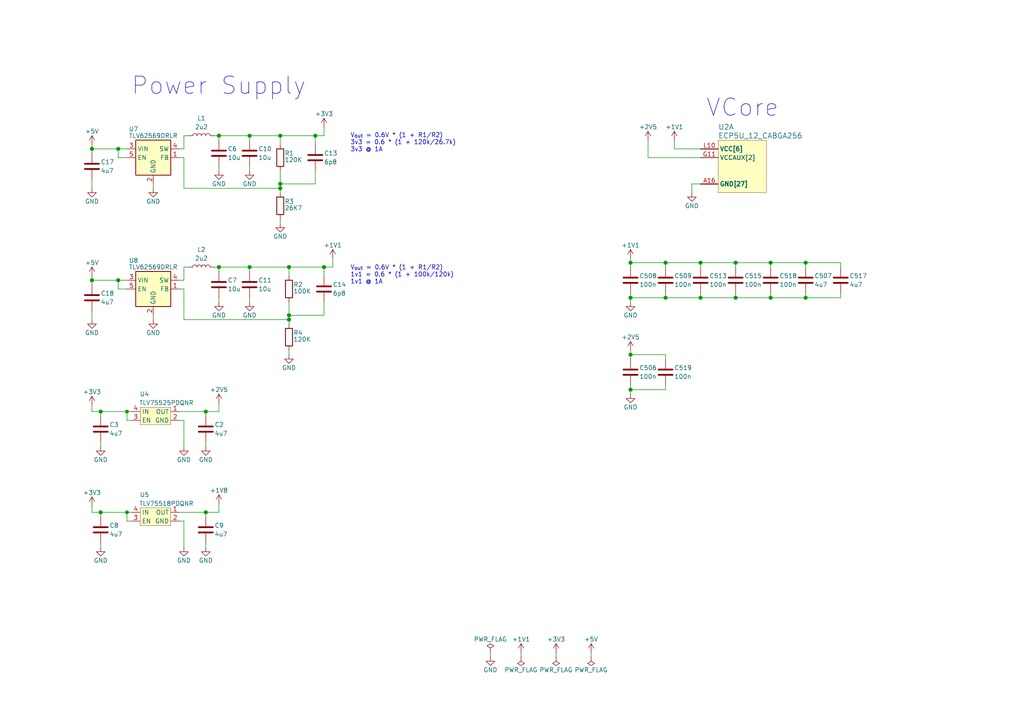
<source format=kicad_sch>
(kicad_sch (version 20201015) (generator eeschema)
  (paper "A4")
  (title_block (title "ECP5 Mini") (date "2020-12-31") (rev "0.2") (company "Josh Johnson"))
  (junction (at 26.67 43.18) (diameter 1.016))
  (junction (at 26.67 81.28) (diameter 1.016))
  (junction (at 29.21 119.38) (diameter 1.016))
  (junction (at 29.21 148.59) (diameter 1.016))
  (junction (at 34.29 43.18) (diameter 1.016))
  (junction (at 34.29 81.28) (diameter 1.016))
  (junction (at 36.83 119.38) (diameter 0.9144))
  (junction (at 36.83 148.59) (diameter 0.9144))
  (junction (at 59.69 119.38) (diameter 1.016))
  (junction (at 59.69 148.59) (diameter 1.016))
  (junction (at 63.5 39.37) (diameter 1.016))
  (junction (at 63.5 77.47) (diameter 1.016))
  (junction (at 72.39 39.37) (diameter 1.016))
  (junction (at 72.39 77.47) (diameter 1.016))
  (junction (at 81.28 39.37) (diameter 1.016))
  (junction (at 81.28 53.34) (diameter 1.016))
  (junction (at 81.28 54.61) (diameter 1.016))
  (junction (at 83.82 77.47) (diameter 1.016))
  (junction (at 83.82 91.44) (diameter 1.016))
  (junction (at 83.82 92.71) (diameter 1.016))
  (junction (at 91.44 39.37) (diameter 1.016))
  (junction (at 93.98 77.47) (diameter 1.016))
  (junction (at 182.88 76.2) (diameter 1.016))
  (junction (at 182.88 86.36) (diameter 1.016))
  (junction (at 182.88 102.87) (diameter 1.016))
  (junction (at 182.88 113.03) (diameter 1.016))
  (junction (at 193.04 76.2) (diameter 1.016))
  (junction (at 193.04 86.36) (diameter 1.016))
  (junction (at 203.2 76.2) (diameter 1.016))
  (junction (at 203.2 86.36) (diameter 1.016))
  (junction (at 213.36 76.2) (diameter 1.016))
  (junction (at 213.36 86.36) (diameter 1.016))
  (junction (at 223.52 76.2) (diameter 1.016))
  (junction (at 223.52 86.36) (diameter 1.016))
  (junction (at 233.68 76.2) (diameter 1.016))
  (junction (at 233.68 86.36) (diameter 1.016))
  (wire (pts (xy 26.67 41.91) (xy 26.67 43.18)))
  (wire (pts (xy 26.67 43.18) (xy 26.67 44.45)))
  (wire (pts (xy 26.67 52.07) (xy 26.67 54.61)))
  (wire (pts (xy 26.67 80.01) (xy 26.67 81.28)))
  (wire (pts (xy 26.67 81.28) (xy 26.67 82.55)))
  (wire (pts (xy 26.67 90.17) (xy 26.67 92.71)))
  (wire (pts (xy 26.67 117.475) (xy 26.67 119.38)))
  (wire (pts (xy 26.67 146.685) (xy 26.67 148.59)))
  (wire (pts (xy 29.21 119.38) (xy 26.67 119.38)))
  (wire (pts (xy 29.21 119.38) (xy 29.21 120.65)))
  (wire (pts (xy 29.21 119.38) (xy 36.83 119.38)))
  (wire (pts (xy 29.21 128.27) (xy 29.21 129.54)))
  (wire (pts (xy 29.21 148.59) (xy 26.67 148.59)))
  (wire (pts (xy 29.21 148.59) (xy 29.21 149.86)))
  (wire (pts (xy 29.21 148.59) (xy 36.83 148.59)))
  (wire (pts (xy 29.21 157.48) (xy 29.21 158.75)))
  (wire (pts (xy 34.29 43.18) (xy 26.67 43.18)))
  (wire (pts (xy 34.29 43.18) (xy 36.83 43.18)))
  (wire (pts (xy 34.29 45.72) (xy 34.29 43.18)))
  (wire (pts (xy 34.29 81.28) (xy 26.67 81.28)))
  (wire (pts (xy 34.29 81.28) (xy 36.83 81.28)))
  (wire (pts (xy 34.29 83.82) (xy 34.29 81.28)))
  (wire (pts (xy 36.83 45.72) (xy 34.29 45.72)))
  (wire (pts (xy 36.83 83.82) (xy 34.29 83.82)))
  (wire (pts (xy 36.83 119.38) (xy 38.1 119.38)))
  (wire (pts (xy 36.83 121.92) (xy 36.83 119.38)))
  (wire (pts (xy 36.83 148.59) (xy 38.1 148.59)))
  (wire (pts (xy 36.83 151.13) (xy 36.83 148.59)))
  (wire (pts (xy 38.1 121.92) (xy 36.83 121.92)))
  (wire (pts (xy 38.1 151.13) (xy 36.83 151.13)))
  (wire (pts (xy 44.45 53.34) (xy 44.45 54.61)))
  (wire (pts (xy 44.45 91.44) (xy 44.45 92.71)))
  (wire (pts (xy 52.07 43.18) (xy 53.34 43.18)))
  (wire (pts (xy 52.07 45.72) (xy 53.34 45.72)))
  (wire (pts (xy 52.07 81.28) (xy 53.34 81.28)))
  (wire (pts (xy 52.07 83.82) (xy 53.34 83.82)))
  (wire (pts (xy 52.07 119.38) (xy 59.69 119.38)))
  (wire (pts (xy 52.07 121.92) (xy 53.34 121.92)))
  (wire (pts (xy 52.07 148.59) (xy 59.69 148.59)))
  (wire (pts (xy 52.07 151.13) (xy 53.34 151.13)))
  (wire (pts (xy 53.34 39.37) (xy 54.61 39.37)))
  (wire (pts (xy 53.34 43.18) (xy 53.34 39.37)))
  (wire (pts (xy 53.34 45.72) (xy 53.34 54.61)))
  (wire (pts (xy 53.34 54.61) (xy 81.28 54.61)))
  (wire (pts (xy 53.34 77.47) (xy 54.61 77.47)))
  (wire (pts (xy 53.34 81.28) (xy 53.34 77.47)))
  (wire (pts (xy 53.34 83.82) (xy 53.34 92.71)))
  (wire (pts (xy 53.34 92.71) (xy 83.82 92.71)))
  (wire (pts (xy 53.34 121.92) (xy 53.34 129.54)))
  (wire (pts (xy 53.34 151.13) (xy 53.34 158.75)))
  (wire (pts (xy 59.69 119.38) (xy 63.5 119.38)))
  (wire (pts (xy 59.69 120.65) (xy 59.69 119.38)))
  (wire (pts (xy 59.69 128.27) (xy 59.69 129.54)))
  (wire (pts (xy 59.69 148.59) (xy 63.5 148.59)))
  (wire (pts (xy 59.69 149.86) (xy 59.69 148.59)))
  (wire (pts (xy 59.69 157.48) (xy 59.69 158.75)))
  (wire (pts (xy 62.23 39.37) (xy 63.5 39.37)))
  (wire (pts (xy 62.23 77.47) (xy 63.5 77.47)))
  (wire (pts (xy 63.5 39.37) (xy 63.5 40.64)))
  (wire (pts (xy 63.5 39.37) (xy 72.39 39.37)))
  (wire (pts (xy 63.5 48.26) (xy 63.5 49.53)))
  (wire (pts (xy 63.5 77.47) (xy 63.5 78.74)))
  (wire (pts (xy 63.5 77.47) (xy 72.39 77.47)))
  (wire (pts (xy 63.5 86.36) (xy 63.5 87.63)))
  (wire (pts (xy 63.5 116.84) (xy 63.5 119.38)))
  (wire (pts (xy 63.5 146.05) (xy 63.5 148.59)))
  (wire (pts (xy 72.39 39.37) (xy 72.39 40.64)))
  (wire (pts (xy 72.39 39.37) (xy 81.28 39.37)))
  (wire (pts (xy 72.39 48.26) (xy 72.39 49.53)))
  (wire (pts (xy 72.39 77.47) (xy 72.39 78.74)))
  (wire (pts (xy 72.39 77.47) (xy 83.82 77.47)))
  (wire (pts (xy 72.39 86.36) (xy 72.39 87.63)))
  (wire (pts (xy 81.28 39.37) (xy 81.28 41.91)))
  (wire (pts (xy 81.28 39.37) (xy 91.44 39.37)))
  (wire (pts (xy 81.28 49.53) (xy 81.28 53.34)))
  (wire (pts (xy 81.28 53.34) (xy 81.28 54.61)))
  (wire (pts (xy 81.28 53.34) (xy 91.44 53.34)))
  (wire (pts (xy 81.28 54.61) (xy 81.28 55.88)))
  (wire (pts (xy 81.28 63.5) (xy 81.28 64.77)))
  (wire (pts (xy 83.82 77.47) (xy 83.82 80.01)))
  (wire (pts (xy 83.82 77.47) (xy 93.98 77.47)))
  (wire (pts (xy 83.82 87.63) (xy 83.82 91.44)))
  (wire (pts (xy 83.82 91.44) (xy 83.82 92.71)))
  (wire (pts (xy 83.82 91.44) (xy 93.98 91.44)))
  (wire (pts (xy 83.82 92.71) (xy 83.82 93.98)))
  (wire (pts (xy 83.82 101.6) (xy 83.82 102.87)))
  (wire (pts (xy 91.44 39.37) (xy 91.44 41.91)))
  (wire (pts (xy 91.44 39.37) (xy 93.98 39.37)))
  (wire (pts (xy 91.44 53.34) (xy 91.44 49.53)))
  (wire (pts (xy 93.98 39.37) (xy 93.98 36.83)))
  (wire (pts (xy 93.98 77.47) (xy 93.98 80.01)))
  (wire (pts (xy 93.98 77.47) (xy 96.52 77.47)))
  (wire (pts (xy 93.98 91.44) (xy 93.98 87.63)))
  (wire (pts (xy 96.52 77.47) (xy 96.52 74.93)))
  (wire (pts (xy 142.24 189.23) (xy 142.24 190.5)))
  (wire (pts (xy 151.13 190.5) (xy 151.13 189.23)))
  (wire (pts (xy 161.29 190.5) (xy 161.29 189.23)))
  (wire (pts (xy 171.45 190.5) (xy 171.45 189.23)))
  (wire (pts (xy 182.88 74.93) (xy 182.88 76.2)))
  (wire (pts (xy 182.88 76.2) (xy 182.88 77.47)))
  (wire (pts (xy 182.88 85.09) (xy 182.88 86.36)))
  (wire (pts (xy 182.88 86.36) (xy 182.88 87.63)))
  (wire (pts (xy 182.88 86.36) (xy 193.04 86.36)))
  (wire (pts (xy 182.88 101.6) (xy 182.88 102.87)))
  (wire (pts (xy 182.88 102.87) (xy 182.88 104.14)))
  (wire (pts (xy 182.88 111.76) (xy 182.88 113.03)))
  (wire (pts (xy 182.88 113.03) (xy 182.88 114.3)))
  (wire (pts (xy 182.88 113.03) (xy 193.04 113.03)))
  (wire (pts (xy 187.96 40.64) (xy 187.96 45.72)))
  (wire (pts (xy 187.96 45.72) (xy 203.2 45.72)))
  (wire (pts (xy 193.04 76.2) (xy 182.88 76.2)))
  (wire (pts (xy 193.04 76.2) (xy 193.04 77.47)))
  (wire (pts (xy 193.04 76.2) (xy 203.2 76.2)))
  (wire (pts (xy 193.04 85.09) (xy 193.04 86.36)))
  (wire (pts (xy 193.04 86.36) (xy 203.2 86.36)))
  (wire (pts (xy 193.04 102.87) (xy 182.88 102.87)))
  (wire (pts (xy 193.04 102.87) (xy 193.04 104.14)))
  (wire (pts (xy 193.04 111.76) (xy 193.04 113.03)))
  (wire (pts (xy 195.58 40.64) (xy 195.58 43.18)))
  (wire (pts (xy 195.58 43.18) (xy 203.2 43.18)))
  (wire (pts (xy 200.66 53.34) (xy 200.66 55.88)))
  (wire (pts (xy 203.2 53.34) (xy 200.66 53.34)))
  (wire (pts (xy 203.2 76.2) (xy 203.2 77.47)))
  (wire (pts (xy 203.2 76.2) (xy 213.36 76.2)))
  (wire (pts (xy 203.2 85.09) (xy 203.2 86.36)))
  (wire (pts (xy 203.2 86.36) (xy 213.36 86.36)))
  (wire (pts (xy 213.36 76.2) (xy 213.36 77.47)))
  (wire (pts (xy 213.36 76.2) (xy 223.52 76.2)))
  (wire (pts (xy 213.36 85.09) (xy 213.36 86.36)))
  (wire (pts (xy 213.36 86.36) (xy 223.52 86.36)))
  (wire (pts (xy 223.52 76.2) (xy 223.52 77.47)))
  (wire (pts (xy 223.52 76.2) (xy 233.68 76.2)))
  (wire (pts (xy 223.52 85.09) (xy 223.52 86.36)))
  (wire (pts (xy 223.52 86.36) (xy 233.68 86.36)))
  (wire (pts (xy 233.68 76.2) (xy 233.68 77.47)))
  (wire (pts (xy 233.68 76.2) (xy 243.84 76.2)))
  (wire (pts (xy 233.68 85.09) (xy 233.68 86.36)))
  (wire (pts (xy 233.68 86.36) (xy 243.84 86.36)))
  (wire (pts (xy 243.84 76.2) (xy 243.84 77.47)))
  (wire (pts (xy 243.84 85.09) (xy 243.84 86.36)))
  (text "Power Supply" (at 88.9 27.94 180) (effects (font (size 5 5)) (justify right bottom)))
  (text "V_{out} = 0.6V * (1 + R1/R2)\n3v3 = 0.6 * (1 + 120k/26.7k)\n3v3 @ 1A" (at 101.6 44.196 0) (effects (font (size 1.27 1.27)) (justify left bottom)))
  (text "V_{out} = 0.6V * (1 + R1/R2)\n1v1 = 0.6 * (1 + 100k/120k)\n1v1 @ 1A" (at 101.6 82.55 0) (effects (font (size 1.27 1.27)) (justify left bottom)))
  (text "VCore" (at 226.06 34.29 180) (effects (font (size 5 5)) (justify right bottom)))
  (symbol (lib_id "power:PWR_FLAG") (at 142.24 189.23 0) (unit 1)
    (property "Reference" "#FLG0102" (effects hide))
    (property "Value" "PWR_FLAG" (at 142.24 185.42 0))
  )
  (symbol (lib_id "power:PWR_FLAG") (at 151.13 190.5 180) (unit 1)
    (property "Reference" "#FLG0104" (effects hide))
    (property "Value" "PWR_FLAG" (at 151.13 194.31 0))
  )
  (symbol (lib_id "power:PWR_FLAG") (at 161.29 190.5 180) (unit 1)
    (property "Reference" "#FLG0103" (effects hide))
    (property "Value" "PWR_FLAG" (at 161.29 194.31 0))
  )
  (symbol (lib_id "power:PWR_FLAG") (at 171.45 190.5 180) (unit 1)
    (property "Reference" "#FLG0101" (effects hide))
    (property "Value" "PWR_FLAG" (at 171.45 194.31 0))
  )
  (symbol (lib_id "power:+5V") (at 26.67 41.91 0) (unit 1)
    (property "Reference" "#PWR0104" (effects hide))
    (property "Value" "+5V" (at 26.67 38.1 0))
  )
  (symbol (lib_id "power:+5V") (at 26.67 80.01 0) (unit 1)
    (property "Reference" "#PWR0149" (effects hide))
    (property "Value" "+5V" (at 26.67 76.2 0))
  )
  (symbol (lib_id "power:+3V3") (at 26.67 117.475 0) (unit 1)
    (property "Reference" "#PWR0144" (effects hide))
    (property "Value" "+3V3" (at 26.67 113.665 0))
  )
  (symbol (lib_id "power:+3V3") (at 26.67 146.685 0) (unit 1)
    (property "Reference" "#PWR0111" (effects hide))
    (property "Value" "+3V3" (at 26.67 142.875 0))
  )
  (symbol (lib_id "power:+2V5") (at 63.5 116.84 0) (unit 1)
    (property "Reference" "#PWR0112" (effects hide))
    (property "Value" "+2V5" (at 63.5 113.03 0))
  )
  (symbol (lib_id "power:+1V8") (at 63.5 146.05 0) (unit 1)
    (property "Reference" "#PWR024" (effects hide))
    (property "Value" "+1V8" (at 63.5 142.24 0))
  )
  (symbol (lib_id "power:+3V3") (at 93.98 36.83 0) (unit 1)
    (property "Reference" "#PWR0101" (effects hide))
    (property "Value" "+3V3" (at 93.98 33.02 0))
  )
  (symbol (lib_id "power:+1V1") (at 96.52 74.93 0) (unit 1)
    (property "Reference" "#PWR0107" (effects hide))
    (property "Value" "+1V1" (at 96.52 71.12 0))
  )
  (symbol (lib_id "power:+1V1") (at 151.13 189.23 0) (unit 1)
    (property "Reference" "#PWR0174" (effects hide))
    (property "Value" "+1V1" (at 151.13 185.42 0))
  )
  (symbol (lib_id "power:+3V3") (at 161.29 189.23 0) (mirror y) (unit 1)
    (property "Reference" "#PWR0173" (effects hide))
    (property "Value" "+3V3" (at 161.29 185.42 0))
  )
  (symbol (lib_id "power:+5V") (at 171.45 189.23 0) (unit 1)
    (property "Reference" "#PWR0171" (effects hide))
    (property "Value" "+5V" (at 171.45 185.42 0))
  )
  (symbol (lib_id "power:+1V1") (at 182.88 74.93 0) (unit 1)
    (property "Reference" "#PWR033" (effects hide))
    (property "Value" "+1V1" (at 182.88 71.12 0))
  )
  (symbol (lib_id "power:+2V5") (at 182.88 101.6 0) (unit 1)
    (property "Reference" "#PWR035" (effects hide))
    (property "Value" "+2V5" (at 182.88 97.79 0))
  )
  (symbol (lib_id "power:+2V5") (at 187.96 40.64 0) (unit 1)
    (property "Reference" "#PWR037" (effects hide))
    (property "Value" "+2V5" (at 187.96 36.83 0))
  )
  (symbol (lib_id "power:+1V1") (at 195.58 40.64 0) (unit 1)
    (property "Reference" "#PWR038" (effects hide))
    (property "Value" "+1V1" (at 195.58 36.83 0))
  )
  (symbol (lib_name "Device:L_1") (lib_id "Device:L") (at 58.42 39.37 90) (unit 1)
    (property "Reference" "L1" (at 58.42 34.29 90))
    (property "Value" "2u2" (at 58.42 36.83 90))
    (property "Footprint" "Inductor_SMD:L_0805_2012Metric" (effects hide))
    (property "LCSC" "C216156" (effects hide))
    (property "MPN" "LQM21PN2R2NGCD" (effects hide))
    (property "Manufacturer" "Murata Electronics" (effects hide))
    (property "MPN2" "SLM20122R2MIT" (effects hide))
    (property "Manufacturer2" "Sunltech Tech" (effects hide))
  )
  (symbol (lib_id "Device:L") (at 58.42 77.47 90) (unit 1)
    (property "Reference" "L2" (at 58.42 72.39 90))
    (property "Value" "2u2" (at 58.42 74.93 90))
    (property "Footprint" "Inductor_SMD:L_0805_2012Metric" (effects hide))
    (property "LCSC" "C216156" (effects hide))
    (property "MPN" "LQM21PN2R2NGCD" (effects hide))
    (property "Manufacturer" "Murata Electronics" (effects hide))
    (property "MPN2" "SLM20122R2MIT" (effects hide))
    (property "Manufacturer2" "Sunltech Tech" (effects hide))
  )
  (symbol (lib_id "power:GND") (at 26.67 54.61 0) (unit 1)
    (property "Reference" "#PWR0102" (effects hide))
    (property "Value" "GND" (at 26.67 58.42 0))
  )
  (symbol (lib_id "power:GND") (at 26.67 92.71 0) (unit 1)
    (property "Reference" "#PWR0117" (effects hide))
    (property "Value" "GND" (at 26.67 96.52 0))
  )
  (symbol (lib_id "power:GND") (at 29.21 129.54 0) (unit 1)
    (property "Reference" "#PWR0110" (effects hide))
    (property "Value" "GND" (at 29.21 133.35 0))
  )
  (symbol (lib_id "power:GND") (at 29.21 158.75 0) (unit 1)
    (property "Reference" "#PWR011" (effects hide))
    (property "Value" "GND" (at 29.21 162.56 0))
  )
  (symbol (lib_id "power:GND") (at 44.45 54.61 0) (unit 1)
    (property "Reference" "#PWR0103" (effects hide))
    (property "Value" "GND" (at 44.45 58.42 0))
  )
  (symbol (lib_id "power:GND") (at 44.45 92.71 0) (unit 1)
    (property "Reference" "#PWR0114" (effects hide))
    (property "Value" "GND" (at 44.45 96.52 0))
  )
  (symbol (lib_id "power:GND") (at 53.34 129.54 0) (unit 1)
    (property "Reference" "#PWR0113" (effects hide))
    (property "Value" "GND" (at 53.34 133.35 0))
  )
  (symbol (lib_id "power:GND") (at 53.34 158.75 0) (unit 1)
    (property "Reference" "#PWR0125" (effects hide))
    (property "Value" "GND" (at 53.34 162.56 0))
  )
  (symbol (lib_id "power:GND") (at 59.69 129.54 0) (unit 1)
    (property "Reference" "#PWR0115" (effects hide))
    (property "Value" "GND" (at 59.69 133.35 0))
  )
  (symbol (lib_id "power:GND") (at 59.69 158.75 0) (unit 1)
    (property "Reference" "#PWR017" (effects hide))
    (property "Value" "GND" (at 59.69 162.56 0))
  )
  (symbol (lib_id "power:GND") (at 63.5 49.53 0) (unit 1)
    (property "Reference" "#PWR0105" (effects hide))
    (property "Value" "GND" (at 63.5 53.34 0))
  )
  (symbol (lib_id "power:GND") (at 63.5 87.63 0) (unit 1)
    (property "Reference" "#PWR0108" (effects hide))
    (property "Value" "GND" (at 63.5 91.44 0))
  )
  (symbol (lib_id "power:GND") (at 72.39 49.53 0) (unit 1)
    (property "Reference" "#PWR025" (effects hide))
    (property "Value" "GND" (at 72.39 53.34 0))
  )
  (symbol (lib_id "power:GND") (at 72.39 87.63 0) (unit 1)
    (property "Reference" "#PWR0150" (effects hide))
    (property "Value" "GND" (at 72.39 91.44 0))
  )
  (symbol (lib_id "power:GND") (at 81.28 64.77 0) (unit 1)
    (property "Reference" "#PWR0106" (effects hide))
    (property "Value" "GND" (at 81.28 68.58 0))
  )
  (symbol (lib_id "power:GND") (at 83.82 102.87 0) (unit 1)
    (property "Reference" "#PWR0109" (effects hide))
    (property "Value" "GND" (at 83.82 106.68 0))
  )
  (symbol (lib_id "power:GND") (at 142.24 190.5 0) (unit 1)
    (property "Reference" "#PWR0172" (effects hide))
    (property "Value" "GND" (at 142.24 194.31 0))
  )
  (symbol (lib_id "power:GND") (at 182.88 87.63 0) (unit 1)
    (property "Reference" "#PWR034" (effects hide))
    (property "Value" "GND" (at 182.88 91.44 0))
  )
  (symbol (lib_id "power:GND") (at 182.88 114.3 0) (unit 1)
    (property "Reference" "#PWR036" (effects hide))
    (property "Value" "GND" (at 182.88 118.11 0))
  )
  (symbol (lib_id "power:GND") (at 200.66 55.88 0) (unit 1)
    (property "Reference" "#PWR039" (effects hide))
    (property "Value" "GND" (at 200.66 59.69 0))
  )
  (symbol (lib_id "Device:R") (at 81.28 45.72 0) (unit 1)
    (property "Reference" "R1" (at 82.55 44.45 0) (effects (justify left)))
    (property "Value" "120K" (at 82.55 46.355 0) (effects (justify left)))
    (property "Footprint" "Resistor_SMD:R_0402_1005Metric" (effects hide))
    (property "MPN" "RC0402FR-07120KL" (effects hide))
    (property "MPN2" "0402WGF1203TCE" (effects hide))
    (property "Manufacturer2" "UNI-ROYAL(Uniroyal Elec)" (effects hide))
    (property "LCSC" "C93945" (effects hide))
    (property "Manufacturer" "Yageo" (effects hide))
  )
  (symbol (lib_id "Device:R") (at 81.28 59.69 0) (unit 1)
    (property "Reference" "R3" (at 82.55 58.42 0) (effects (justify left)))
    (property "Value" "26K7" (at 82.55 60.325 0) (effects (justify left)))
    (property "Footprint" "Resistor_SMD:R_0402_1005Metric" (effects hide))
    (property "MPN" "RC0402FR-0726K7L" (effects hide))
    (property "MPN2" "ERJ-2RKF2672X" (effects hide))
    (property "Manufacturer2" "Panasonic" (effects hide))
    (property "LCSC" "C138023" (effects hide))
    (property "Manufacturer" "Yageo" (effects hide))
  )
  (symbol (lib_id "Device:R") (at 83.82 83.82 0) (unit 1)
    (property "Reference" "R2" (at 85.09 82.55 0) (effects (justify left)))
    (property "Value" "100K" (at 85.09 84.455 0) (effects (justify left)))
    (property "Footprint" "Resistor_SMD:R_0402_1005Metric" (effects hide))
    (property "MPN" "RC0402FR-07100KL" (effects hide))
    (property "MPN2" "0402WGF1003TCE" (effects hide))
    (property "Manufacturer2" "UNI-ROYAL(Uniroyal Elec)" (effects hide))
    (property "LCSC" "C60491" (effects hide))
    (property "Manufacturer" "Yageo" (effects hide))
  )
  (symbol (lib_id "Device:R") (at 83.82 97.79 0) (unit 1)
    (property "Reference" "R4" (at 85.09 96.52 0) (effects (justify left)))
    (property "Value" "120K" (at 85.09 98.425 0) (effects (justify left)))
    (property "Footprint" "Resistor_SMD:R_0402_1005Metric" (effects hide))
    (property "MPN" "RC0402FR-07120KL" (effects hide))
    (property "MPN2" "0402WGF1203TCE" (effects hide))
    (property "Manufacturer2" "UNI-ROYAL(Uniroyal Elec)" (effects hide))
    (property "LCSC" "C93945" (effects hide))
    (property "Manufacturer" "Yageo" (effects hide))
  )
  (symbol (lib_id "Device:C") (at 26.67 48.26 0) (unit 1)
    (property "Reference" "C17" (at 29.21 46.99 0) (effects (justify left)))
    (property "Value" "4u7" (at 29.21 49.53 0) (effects (justify left)))
    (property "Footprint" "Capacitor_SMD:C_0402_1005Metric" (effects hide))
    (property "LCSC" "C326586" (effects hide))
    (property "MPN" "CC0402KRX5R6BB475" (effects hide))
    (property "Manufacturer" "Yageo" (effects hide))
    (property "MPN2" "CL05A475KP5NRNC" (effects hide))
    (property "Manufacturer2" "Samsung Electro-Mechanics" (effects hide))
  )
  (symbol (lib_id "Device:C") (at 26.67 86.36 0) (unit 1)
    (property "Reference" "C18" (at 29.21 85.09 0) (effects (justify left)))
    (property "Value" "4u7" (at 29.21 87.63 0) (effects (justify left)))
    (property "Footprint" "Capacitor_SMD:C_0402_1005Metric" (effects hide))
    (property "LCSC" "C326586" (effects hide))
    (property "MPN" "CC0402KRX5R6BB475" (effects hide))
    (property "Manufacturer" "Yageo" (effects hide))
    (property "MPN2" "CL05A475KP5NRNC" (effects hide))
    (property "Manufacturer2" "Samsung Electro-Mechanics" (effects hide))
  )
  (symbol (lib_id "Device:C") (at 29.21 124.46 0) (unit 1)
    (property "Reference" "C3" (at 31.75 123.19 0) (effects (justify left)))
    (property "Value" "4u7" (at 31.75 125.73 0) (effects (justify left)))
    (property "Footprint" "Capacitor_SMD:C_0402_1005Metric" (effects hide))
    (property "LCSC" "C326586" (effects hide))
    (property "MPN" "CC0402KRX5R6BB475" (effects hide))
    (property "Manufacturer" "Yageo" (effects hide))
    (property "MPN2" "CL05A475KP5NRNC" (effects hide))
    (property "Manufacturer2" "Samsung Electro-Mechanics" (effects hide))
  )
  (symbol (lib_id "Device:C") (at 29.21 153.67 0) (unit 1)
    (property "Reference" "C8" (at 31.75 152.4 0) (effects (justify left)))
    (property "Value" "4u7" (at 31.75 154.94 0) (effects (justify left)))
    (property "Footprint" "Capacitor_SMD:C_0402_1005Metric" (effects hide))
    (property "LCSC" "C326586" (effects hide))
    (property "MPN" "CC0402KRX5R6BB475" (effects hide))
    (property "Manufacturer" "Yageo" (effects hide))
    (property "MPN2" "CL05A475KP5NRNC" (effects hide))
    (property "Manufacturer2" "Samsung Electro-Mechanics" (effects hide))
  )
  (symbol (lib_id "Device:C") (at 59.69 124.46 0) (unit 1)
    (property "Reference" "C2" (at 62.23 123.19 0) (effects (justify left)))
    (property "Value" "4u7" (at 62.23 125.73 0) (effects (justify left)))
    (property "Footprint" "Capacitor_SMD:C_0402_1005Metric" (effects hide))
    (property "LCSC" "C326586" (effects hide))
    (property "MPN" "CC0402KRX5R6BB475" (effects hide))
    (property "Manufacturer" "Yageo" (effects hide))
    (property "MPN2" "CL05A475KP5NRNC" (effects hide))
    (property "Manufacturer2" "Samsung Electro-Mechanics" (effects hide))
  )
  (symbol (lib_id "Device:C") (at 59.69 153.67 0) (unit 1)
    (property "Reference" "C9" (at 62.23 152.4 0) (effects (justify left)))
    (property "Value" "4u7" (at 62.23 154.94 0) (effects (justify left)))
    (property "Footprint" "Capacitor_SMD:C_0402_1005Metric" (effects hide))
    (property "LCSC" "C326586" (effects hide))
    (property "MPN" "CC0402KRX5R6BB475" (effects hide))
    (property "Manufacturer" "Yageo" (effects hide))
    (property "MPN2" "CL05A475KP5NRNC" (effects hide))
    (property "Manufacturer2" "Samsung Electro-Mechanics" (effects hide))
  )
  (symbol (lib_id "Device:C") (at 63.5 44.45 0) (unit 1)
    (property "Reference" "C6" (at 66.04 43.18 0) (effects (justify left)))
    (property "Value" "10u" (at 66.04 45.72 0) (effects (justify left)))
    (property "Footprint" "Capacitor_SMD:C_0603_1608Metric" (effects hide))
    (property "LCSC" "C109453" (effects hide))
    (property "MPN" "CC0603MRX5R6BB106" (effects hide))
    (property "Manufacturer" "Yageo" (effects hide))
    (property "MPN2" "CL10A106KP8NNNC" (effects hide))
    (property "Manufacturer2" "Samsung Electro-Mechanics" (effects hide))
  )
  (symbol (lib_id "Device:C") (at 63.5 82.55 0) (unit 1)
    (property "Reference" "C7" (at 66.04 81.28 0) (effects (justify left)))
    (property "Value" "10u" (at 66.04 83.82 0) (effects (justify left)))
    (property "Footprint" "Capacitor_SMD:C_0603_1608Metric" (effects hide))
    (property "LCSC" "C109453" (effects hide))
    (property "MPN" "CC0603MRX5R6BB106" (effects hide))
    (property "Manufacturer2" "Samsung Electro-Mechanics" (effects hide))
    (property "MPN2" "CL10A106KP8NNNC" (effects hide))
    (property "Manufacturer" "Yageo" (effects hide))
  )
  (symbol (lib_id "Device:C") (at 72.39 44.45 0) (unit 1)
    (property "Reference" "C10" (at 74.93 43.18 0) (effects (justify left)))
    (property "Value" "10u" (at 74.93 45.72 0) (effects (justify left)))
    (property "Footprint" "Capacitor_SMD:C_0603_1608Metric" (effects hide))
    (property "LCSC" "C109453" (effects hide))
    (property "MPN" "CC0603MRX5R6BB106" (effects hide))
    (property "Manufacturer" "Yageo" (effects hide))
    (property "MPN2" "CL10A106KP8NNNC" (effects hide))
    (property "Manufacturer2" "Samsung Electro-Mechanics" (effects hide))
  )
  (symbol (lib_id "Device:C") (at 72.39 82.55 0) (unit 1)
    (property "Reference" "C11" (at 74.93 81.28 0) (effects (justify left)))
    (property "Value" "10u" (at 74.93 83.82 0) (effects (justify left)))
    (property "Footprint" "Capacitor_SMD:C_0603_1608Metric" (effects hide))
    (property "LCSC" "C109453" (effects hide))
    (property "MPN" "CC0603MRX5R6BB106" (effects hide))
    (property "Manufacturer2" "Samsung Electro-Mechanics" (effects hide))
    (property "MPN2" "CL10A106KP8NNNC" (effects hide))
    (property "Manufacturer" "Yageo" (effects hide))
  )
  (symbol (lib_id "Device:C") (at 91.44 45.72 0) (unit 1)
    (property "Reference" "C13" (at 93.98 44.45 0) (effects (justify left)))
    (property "Value" "6p8" (at 93.98 46.99 0) (effects (justify left)))
    (property "Footprint" "Capacitor_SMD:C_0402_1005Metric" (effects hide))
    (property "LCSC" "C327291" (effects hide))
    (property "MPN" "CC0402KRX7R9BB682" (effects hide))
    (property "Manufacturer" "Yageo" (effects hide))
    (property "Manufacturer2" "Samsung Electro-Mechanics" (effects hide))
    (property "MPN2" "CL05B682KA5NNNC" (effects hide))
  )
  (symbol (lib_id "Device:C") (at 93.98 83.82 0) (unit 1)
    (property "Reference" "C14" (at 96.52 82.55 0) (effects (justify left)))
    (property "Value" "6p8" (at 96.52 85.09 0) (effects (justify left)))
    (property "Footprint" "Capacitor_SMD:C_0402_1005Metric" (effects hide))
    (property "LCSC" "C327291" (effects hide))
    (property "MPN" "CC0402KRX7R9BB682" (effects hide))
    (property "Manufacturer" "Yageo" (effects hide))
    (property "Manufacturer2" "Samsung Electro-Mechanics" (effects hide))
    (property "MPN2" "CL05B682KA5NNNC" (effects hide))
  )
  (symbol (lib_id "Device:C") (at 182.88 81.28 0) (unit 1)
    (property "Reference" "C508" (at 185.42 80.01 0) (effects (justify left)))
    (property "Value" "100n" (at 185.42 82.55 0) (effects (justify left)))
    (property "Footprint" "Capacitor_SMD:C_0402_1005Metric" (effects hide))
    (property "LCSC" "C327009" (effects hide))
    (property "MPN" "CC0402KRX7R7BB103" (effects hide))
    (property "Manufacturer" "Yageo" (effects hide))
    (property "MPN2" "CL05B104KO5NNNC" (effects hide))
    (property "Manufacturer2" "Samsung Electro-Mechanics" (effects hide))
  )
  (symbol (lib_id "Device:C") (at 182.88 107.95 0) (unit 1)
    (property "Reference" "C506" (at 185.42 106.68 0) (effects (justify left)))
    (property "Value" "100n" (at 185.42 109.22 0) (effects (justify left)))
    (property "Footprint" "Capacitor_SMD:C_0402_1005Metric" (effects hide))
    (property "LCSC" "C327009" (effects hide))
    (property "MPN" "CC0402KRX7R7BB103" (effects hide))
    (property "Manufacturer" "Yageo" (effects hide))
    (property "MPN2" "CL05B104KO5NNNC" (effects hide))
    (property "Manufacturer2" "Samsung Electro-Mechanics" (effects hide))
  )
  (symbol (lib_id "Device:C") (at 193.04 81.28 0) (unit 1)
    (property "Reference" "C509" (at 195.58 80.01 0) (effects (justify left)))
    (property "Value" "100n" (at 195.58 82.55 0) (effects (justify left)))
    (property "Footprint" "Capacitor_SMD:C_0402_1005Metric" (effects hide))
    (property "LCSC" "C327009" (effects hide))
    (property "MPN" "CC0402KRX7R7BB103" (effects hide))
    (property "Manufacturer" "Yageo" (effects hide))
    (property "MPN2" "CL05B104KO5NNNC" (effects hide))
    (property "Manufacturer2" "Samsung Electro-Mechanics" (effects hide))
  )
  (symbol (lib_id "Device:C") (at 193.04 107.95 0) (unit 1)
    (property "Reference" "C519" (at 195.58 106.68 0) (effects (justify left)))
    (property "Value" "100n" (at 195.58 109.22 0) (effects (justify left)))
    (property "Footprint" "Capacitor_SMD:C_0402_1005Metric" (effects hide))
    (property "LCSC" "C327009" (effects hide))
    (property "MPN" "CC0402KRX7R7BB103" (effects hide))
    (property "Manufacturer" "Yageo" (effects hide))
    (property "MPN2" "CL05B104KO5NNNC" (effects hide))
    (property "Manufacturer2" "Samsung Electro-Mechanics" (effects hide))
  )
  (symbol (lib_id "Device:C") (at 203.2 81.28 0) (unit 1)
    (property "Reference" "C513" (at 205.74 80.01 0) (effects (justify left)))
    (property "Value" "100n" (at 205.74 82.55 0) (effects (justify left)))
    (property "Footprint" "Capacitor_SMD:C_0402_1005Metric" (effects hide))
    (property "LCSC" "C327009" (effects hide))
    (property "MPN" "CC0402KRX7R7BB103" (effects hide))
    (property "Manufacturer" "Yageo" (effects hide))
    (property "MPN2" "CL05B104KO5NNNC" (effects hide))
    (property "Manufacturer2" "Samsung Electro-Mechanics" (effects hide))
  )
  (symbol (lib_id "Device:C") (at 213.36 81.28 0) (unit 1)
    (property "Reference" "C515" (at 215.9 80.01 0) (effects (justify left)))
    (property "Value" "100n" (at 215.9 82.55 0) (effects (justify left)))
    (property "Footprint" "Capacitor_SMD:C_0402_1005Metric" (effects hide))
    (property "LCSC" "C327009" (effects hide))
    (property "MPN" "CC0402KRX7R7BB103" (effects hide))
    (property "Manufacturer" "Yageo" (effects hide))
    (property "MPN2" "CL05B104KO5NNNC" (effects hide))
    (property "Manufacturer2" "Samsung Electro-Mechanics" (effects hide))
  )
  (symbol (lib_id "Device:C") (at 223.52 81.28 0) (unit 1)
    (property "Reference" "C518" (at 226.06 80.01 0) (effects (justify left)))
    (property "Value" "100n" (at 226.06 82.55 0) (effects (justify left)))
    (property "Footprint" "Capacitor_SMD:C_0402_1005Metric" (effects hide))
    (property "LCSC" "C327009" (effects hide))
    (property "MPN" "CC0402KRX7R7BB103" (effects hide))
    (property "Manufacturer" "Yageo" (effects hide))
    (property "MPN2" "CL05B104KO5NNNC" (effects hide))
    (property "Manufacturer2" "Samsung Electro-Mechanics" (effects hide))
  )
  (symbol (lib_id "Device:C") (at 233.68 81.28 0) (unit 1)
    (property "Reference" "C507" (at 236.22 80.01 0) (effects (justify left)))
    (property "Value" "4u7" (at 236.22 82.55 0) (effects (justify left)))
    (property "Footprint" "Capacitor_SMD:C_0402_1005Metric" (effects hide))
    (property "LCSC" "C326586" (effects hide))
    (property "MPN" "CC0402KRX5R6BB475" (effects hide))
    (property "Manufacturer" "Yageo" (effects hide))
    (property "MPN2" "CL05A475KP5NRNC" (effects hide))
    (property "Manufacturer2" "Samsung Electro-Mechanics" (effects hide))
  )
  (symbol (lib_id "Device:C") (at 243.84 81.28 0) (unit 1)
    (property "Reference" "C517" (at 246.38 80.01 0) (effects (justify left)))
    (property "Value" "4u7" (at 246.38 82.55 0) (effects (justify left)))
    (property "Footprint" "Capacitor_SMD:C_0402_1005Metric" (effects hide))
    (property "LCSC" "C326586" (effects hide))
    (property "MPN" "CC0402KRX5R6BB475" (effects hide))
    (property "Manufacturer" "Yageo" (effects hide))
    (property "MPN2" "CL05A475KP5NRNC" (effects hide))
    (property "Manufacturer2" "Samsung Electro-Mechanics" (effects hide))
  )
  (symbol (lib_id "josh-power:TLV755P") (at 44.45 120.65 0) (unit 1)
    (property "Reference" "U4" (at 41.91 114.3 0))
    (property "Value" "TLV75525PDQNR" (at 48.26 116.84 0))
    (property "Footprint" "josh-power:Texas_X2SON-4_1x1mm_P0.65mm" (effects hide))
    (property "MPN" "TLV75525PDQNR" (effects hide))
    (property "MPN2" "NCP115CMX250TCG" (effects hide))
    (property "Manufacturer" "Texas Instruments" (effects hide))
    (property "Manufacturer2" "ON Semiconductor" (effects hide))
    (property "LCSC" "C603508" (effects hide))
  )
  (symbol (lib_id "josh-power:TLV755P") (at 44.45 149.86 0) (unit 1)
    (property "Reference" "U5" (at 41.91 143.51 0))
    (property "Value" "TLV75518PDQNR" (at 48.26 146.05 0))
    (property "Footprint" "josh-power:Texas_X2SON-4_1x1mm_P0.65mm" (effects hide))
    (property "MPN" "TLV75518PDQNR" (effects hide))
    (property "MPN2" "NCP115CMX180TCG" (effects hide))
    (property "Manufacturer" "Texas Instruments" (effects hide))
    (property "Manufacturer2" "ON Semiconductor" (effects hide))
    (property "LCSC" "C603507" (effects hide))
  )
  (symbol (lib_id "Regulator_Switching:TLV62569DRL") (at 44.45 45.72 0) (unit 1)
    (property "Reference" "U7" (at 38.735 37.465 0))
    (property "Value" "TLV62569DRLR" (at 44.45 39.37 0))
    (property "Footprint" "Package_TO_SOT_SMD:SOT-563" (effects hide))
    (property "Datasheet" "http://www.ti.com/lit/ds/symlink/tlv62569.pdf" (effects hide))
    (property "LCSC" "C163217" (effects hide))
    (property "MPN" "TLV62569DRLR" (effects hide))
    (property "Manufacturer" "Texas Instruments" (effects hide))
  )
  (symbol (lib_id "Regulator_Switching:TLV62569DRL") (at 44.45 83.82 0) (unit 1)
    (property "Reference" "U8" (at 38.735 75.565 0))
    (property "Value" "TLV62569DRLR" (at 44.45 77.47 0))
    (property "Footprint" "Package_TO_SOT_SMD:SOT-563" (effects hide))
    (property "Datasheet" "http://www.ti.com/lit/ds/symlink/tlv62569.pdf" (effects hide))
    (property "LCSC" "C163217" (effects hide))
    (property "MPN" "TLV62569DRLR" (effects hide))
    (property "Manufacturer" "Texas Instruments" (effects hide))
  )
  (symbol (lib_id "josh-ic:ECP5U_12_CABGA256") (at 215.9 48.26 0) (unit 1)
    (property "Reference" "U2" (at 208.28 36.83 0) (effects (font (size 1.524 1.524)) (justify left)))
    (property "Value" "ECP5U_12_CABGA256" (at 208.28 39.37 0) (effects (font (size 1.524 1.524)) (justify left)))
    (property "Footprint" "Package_BGA:BGA-256_14.0x14.0mm_Layout16x16_P0.8mm_Ball0.45mm_Pad0.32mm_NSMD" (effects hide))
    (property "MPN" "LFE5U12F8BG256C" (effects hide))
    (property "Manufacturer" "Lattice Semiconductor" (effects hide))
    (property "Manufacturer2" "Lattice Semiconductor" (effects hide))
    (property "MPN2" "LFE5U12F8BG256I" (effects hide))
  )
)
</source>
